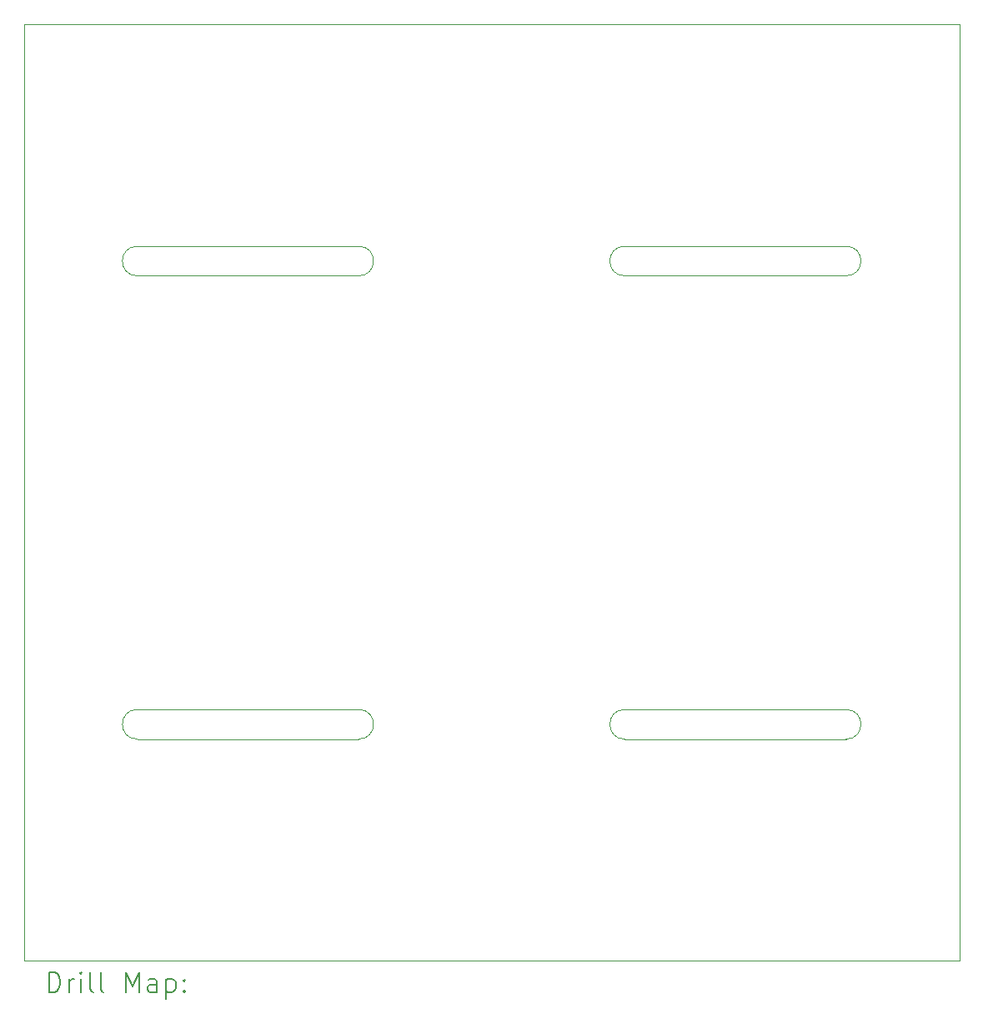
<source format=gbr>
%TF.GenerationSoftware,KiCad,Pcbnew,7.0.8*%
%TF.CreationDate,2024-01-29T21:48:59+01:00*%
%TF.ProjectId,cube-batteryboard,63756265-2d62-4617-9474-657279626f61,rev?*%
%TF.SameCoordinates,Original*%
%TF.FileFunction,Drillmap*%
%TF.FilePolarity,Positive*%
%FSLAX45Y45*%
G04 Gerber Fmt 4.5, Leading zero omitted, Abs format (unit mm)*
G04 Created by KiCad (PCBNEW 7.0.8) date 2024-01-29 21:48:59*
%MOMM*%
%LPD*%
G01*
G04 APERTURE LIST*
%ADD10C,0.100000*%
%ADD11C,0.200000*%
G04 APERTURE END LIST*
D10*
X5400000Y-4550000D02*
G75*
G03*
X5400000Y-4250000I0J150000D01*
G01*
X5400000Y-4250000D02*
X3150000Y-4250000D01*
X10350000Y-4550000D02*
X8100000Y-4550000D01*
X8100000Y-8950000D02*
G75*
G03*
X8100000Y-9250000I0J-150000D01*
G01*
X2000000Y-2000000D02*
X11500000Y-2000000D01*
X11500000Y-11500000D01*
X2000000Y-11500000D01*
X2000000Y-2000000D01*
X8100000Y-4250000D02*
G75*
G03*
X8100000Y-4550000I0J-150000D01*
G01*
X10350000Y-4250000D02*
X8100000Y-4250000D01*
X5400000Y-8950000D02*
X3150000Y-8950000D01*
X3150000Y-4250000D02*
G75*
G03*
X3150000Y-4550000I0J-150000D01*
G01*
X10350000Y-9250000D02*
G75*
G03*
X10350000Y-8950000I0J150000D01*
G01*
X10350000Y-9250000D02*
X8100000Y-9250000D01*
X5400000Y-9250000D02*
X3150000Y-9250000D01*
X3150000Y-8950000D02*
G75*
G03*
X3150000Y-9250000I0J-150000D01*
G01*
X10350000Y-4550000D02*
G75*
G03*
X10350000Y-4250000I0J150000D01*
G01*
X10350000Y-8950000D02*
X8100000Y-8950000D01*
X5400000Y-9250000D02*
G75*
G03*
X5400000Y-8950000I0J150000D01*
G01*
X5400000Y-4550000D02*
X3150000Y-4550000D01*
D11*
X2255777Y-11816484D02*
X2255777Y-11616484D01*
X2255777Y-11616484D02*
X2303396Y-11616484D01*
X2303396Y-11616484D02*
X2331967Y-11626008D01*
X2331967Y-11626008D02*
X2351015Y-11645055D01*
X2351015Y-11645055D02*
X2360539Y-11664103D01*
X2360539Y-11664103D02*
X2370063Y-11702198D01*
X2370063Y-11702198D02*
X2370063Y-11730769D01*
X2370063Y-11730769D02*
X2360539Y-11768865D01*
X2360539Y-11768865D02*
X2351015Y-11787912D01*
X2351015Y-11787912D02*
X2331967Y-11806960D01*
X2331967Y-11806960D02*
X2303396Y-11816484D01*
X2303396Y-11816484D02*
X2255777Y-11816484D01*
X2455777Y-11816484D02*
X2455777Y-11683150D01*
X2455777Y-11721246D02*
X2465301Y-11702198D01*
X2465301Y-11702198D02*
X2474824Y-11692674D01*
X2474824Y-11692674D02*
X2493872Y-11683150D01*
X2493872Y-11683150D02*
X2512920Y-11683150D01*
X2579586Y-11816484D02*
X2579586Y-11683150D01*
X2579586Y-11616484D02*
X2570063Y-11626008D01*
X2570063Y-11626008D02*
X2579586Y-11635531D01*
X2579586Y-11635531D02*
X2589110Y-11626008D01*
X2589110Y-11626008D02*
X2579586Y-11616484D01*
X2579586Y-11616484D02*
X2579586Y-11635531D01*
X2703396Y-11816484D02*
X2684348Y-11806960D01*
X2684348Y-11806960D02*
X2674824Y-11787912D01*
X2674824Y-11787912D02*
X2674824Y-11616484D01*
X2808158Y-11816484D02*
X2789110Y-11806960D01*
X2789110Y-11806960D02*
X2779586Y-11787912D01*
X2779586Y-11787912D02*
X2779586Y-11616484D01*
X3036729Y-11816484D02*
X3036729Y-11616484D01*
X3036729Y-11616484D02*
X3103396Y-11759341D01*
X3103396Y-11759341D02*
X3170062Y-11616484D01*
X3170062Y-11616484D02*
X3170062Y-11816484D01*
X3351015Y-11816484D02*
X3351015Y-11711722D01*
X3351015Y-11711722D02*
X3341491Y-11692674D01*
X3341491Y-11692674D02*
X3322443Y-11683150D01*
X3322443Y-11683150D02*
X3284348Y-11683150D01*
X3284348Y-11683150D02*
X3265301Y-11692674D01*
X3351015Y-11806960D02*
X3331967Y-11816484D01*
X3331967Y-11816484D02*
X3284348Y-11816484D01*
X3284348Y-11816484D02*
X3265301Y-11806960D01*
X3265301Y-11806960D02*
X3255777Y-11787912D01*
X3255777Y-11787912D02*
X3255777Y-11768865D01*
X3255777Y-11768865D02*
X3265301Y-11749817D01*
X3265301Y-11749817D02*
X3284348Y-11740293D01*
X3284348Y-11740293D02*
X3331967Y-11740293D01*
X3331967Y-11740293D02*
X3351015Y-11730769D01*
X3446253Y-11683150D02*
X3446253Y-11883150D01*
X3446253Y-11692674D02*
X3465301Y-11683150D01*
X3465301Y-11683150D02*
X3503396Y-11683150D01*
X3503396Y-11683150D02*
X3522443Y-11692674D01*
X3522443Y-11692674D02*
X3531967Y-11702198D01*
X3531967Y-11702198D02*
X3541491Y-11721246D01*
X3541491Y-11721246D02*
X3541491Y-11778388D01*
X3541491Y-11778388D02*
X3531967Y-11797436D01*
X3531967Y-11797436D02*
X3522443Y-11806960D01*
X3522443Y-11806960D02*
X3503396Y-11816484D01*
X3503396Y-11816484D02*
X3465301Y-11816484D01*
X3465301Y-11816484D02*
X3446253Y-11806960D01*
X3627205Y-11797436D02*
X3636729Y-11806960D01*
X3636729Y-11806960D02*
X3627205Y-11816484D01*
X3627205Y-11816484D02*
X3617682Y-11806960D01*
X3617682Y-11806960D02*
X3627205Y-11797436D01*
X3627205Y-11797436D02*
X3627205Y-11816484D01*
X3627205Y-11692674D02*
X3636729Y-11702198D01*
X3636729Y-11702198D02*
X3627205Y-11711722D01*
X3627205Y-11711722D02*
X3617682Y-11702198D01*
X3617682Y-11702198D02*
X3627205Y-11692674D01*
X3627205Y-11692674D02*
X3627205Y-11711722D01*
M02*

</source>
